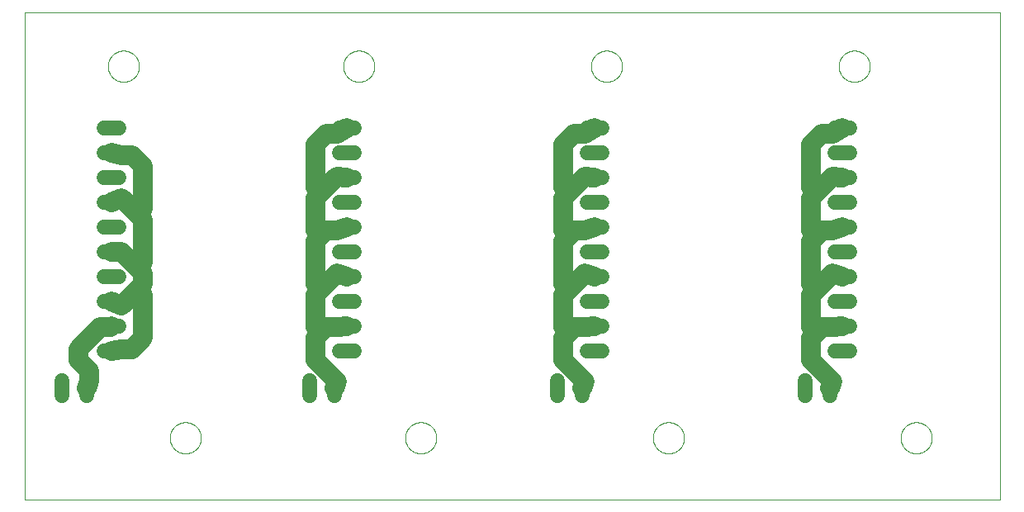
<source format=gbl>
G75*
%MOIN*%
%OFA0B0*%
%FSLAX25Y25*%
%IPPOS*%
%LPD*%
%AMOC8*
5,1,8,0,0,1.08239X$1,22.5*
%
%ADD10C,0.00000*%
%ADD11C,0.06000*%
%ADD12C,0.08000*%
D10*
X0001000Y0002600D02*
X0001000Y0199450D01*
X0394701Y0199450D01*
X0394701Y0002600D01*
X0001000Y0002600D01*
X0059701Y0027600D02*
X0059703Y0027758D01*
X0059709Y0027916D01*
X0059719Y0028074D01*
X0059733Y0028232D01*
X0059751Y0028389D01*
X0059772Y0028546D01*
X0059798Y0028702D01*
X0059828Y0028858D01*
X0059861Y0029013D01*
X0059899Y0029166D01*
X0059940Y0029319D01*
X0059985Y0029471D01*
X0060034Y0029622D01*
X0060087Y0029771D01*
X0060143Y0029919D01*
X0060203Y0030065D01*
X0060267Y0030210D01*
X0060335Y0030353D01*
X0060406Y0030495D01*
X0060480Y0030635D01*
X0060558Y0030772D01*
X0060640Y0030908D01*
X0060724Y0031042D01*
X0060813Y0031173D01*
X0060904Y0031302D01*
X0060999Y0031429D01*
X0061096Y0031554D01*
X0061197Y0031676D01*
X0061301Y0031795D01*
X0061408Y0031912D01*
X0061518Y0032026D01*
X0061631Y0032137D01*
X0061746Y0032246D01*
X0061864Y0032351D01*
X0061985Y0032453D01*
X0062108Y0032553D01*
X0062234Y0032649D01*
X0062362Y0032742D01*
X0062492Y0032832D01*
X0062625Y0032918D01*
X0062760Y0033002D01*
X0062896Y0033081D01*
X0063035Y0033158D01*
X0063176Y0033230D01*
X0063318Y0033300D01*
X0063462Y0033365D01*
X0063608Y0033427D01*
X0063755Y0033485D01*
X0063904Y0033540D01*
X0064054Y0033591D01*
X0064205Y0033638D01*
X0064357Y0033681D01*
X0064510Y0033720D01*
X0064665Y0033756D01*
X0064820Y0033787D01*
X0064976Y0033815D01*
X0065132Y0033839D01*
X0065289Y0033859D01*
X0065447Y0033875D01*
X0065604Y0033887D01*
X0065763Y0033895D01*
X0065921Y0033899D01*
X0066079Y0033899D01*
X0066237Y0033895D01*
X0066396Y0033887D01*
X0066553Y0033875D01*
X0066711Y0033859D01*
X0066868Y0033839D01*
X0067024Y0033815D01*
X0067180Y0033787D01*
X0067335Y0033756D01*
X0067490Y0033720D01*
X0067643Y0033681D01*
X0067795Y0033638D01*
X0067946Y0033591D01*
X0068096Y0033540D01*
X0068245Y0033485D01*
X0068392Y0033427D01*
X0068538Y0033365D01*
X0068682Y0033300D01*
X0068824Y0033230D01*
X0068965Y0033158D01*
X0069104Y0033081D01*
X0069240Y0033002D01*
X0069375Y0032918D01*
X0069508Y0032832D01*
X0069638Y0032742D01*
X0069766Y0032649D01*
X0069892Y0032553D01*
X0070015Y0032453D01*
X0070136Y0032351D01*
X0070254Y0032246D01*
X0070369Y0032137D01*
X0070482Y0032026D01*
X0070592Y0031912D01*
X0070699Y0031795D01*
X0070803Y0031676D01*
X0070904Y0031554D01*
X0071001Y0031429D01*
X0071096Y0031302D01*
X0071187Y0031173D01*
X0071276Y0031042D01*
X0071360Y0030908D01*
X0071442Y0030772D01*
X0071520Y0030635D01*
X0071594Y0030495D01*
X0071665Y0030353D01*
X0071733Y0030210D01*
X0071797Y0030065D01*
X0071857Y0029919D01*
X0071913Y0029771D01*
X0071966Y0029622D01*
X0072015Y0029471D01*
X0072060Y0029319D01*
X0072101Y0029166D01*
X0072139Y0029013D01*
X0072172Y0028858D01*
X0072202Y0028702D01*
X0072228Y0028546D01*
X0072249Y0028389D01*
X0072267Y0028232D01*
X0072281Y0028074D01*
X0072291Y0027916D01*
X0072297Y0027758D01*
X0072299Y0027600D01*
X0072297Y0027442D01*
X0072291Y0027284D01*
X0072281Y0027126D01*
X0072267Y0026968D01*
X0072249Y0026811D01*
X0072228Y0026654D01*
X0072202Y0026498D01*
X0072172Y0026342D01*
X0072139Y0026187D01*
X0072101Y0026034D01*
X0072060Y0025881D01*
X0072015Y0025729D01*
X0071966Y0025578D01*
X0071913Y0025429D01*
X0071857Y0025281D01*
X0071797Y0025135D01*
X0071733Y0024990D01*
X0071665Y0024847D01*
X0071594Y0024705D01*
X0071520Y0024565D01*
X0071442Y0024428D01*
X0071360Y0024292D01*
X0071276Y0024158D01*
X0071187Y0024027D01*
X0071096Y0023898D01*
X0071001Y0023771D01*
X0070904Y0023646D01*
X0070803Y0023524D01*
X0070699Y0023405D01*
X0070592Y0023288D01*
X0070482Y0023174D01*
X0070369Y0023063D01*
X0070254Y0022954D01*
X0070136Y0022849D01*
X0070015Y0022747D01*
X0069892Y0022647D01*
X0069766Y0022551D01*
X0069638Y0022458D01*
X0069508Y0022368D01*
X0069375Y0022282D01*
X0069240Y0022198D01*
X0069104Y0022119D01*
X0068965Y0022042D01*
X0068824Y0021970D01*
X0068682Y0021900D01*
X0068538Y0021835D01*
X0068392Y0021773D01*
X0068245Y0021715D01*
X0068096Y0021660D01*
X0067946Y0021609D01*
X0067795Y0021562D01*
X0067643Y0021519D01*
X0067490Y0021480D01*
X0067335Y0021444D01*
X0067180Y0021413D01*
X0067024Y0021385D01*
X0066868Y0021361D01*
X0066711Y0021341D01*
X0066553Y0021325D01*
X0066396Y0021313D01*
X0066237Y0021305D01*
X0066079Y0021301D01*
X0065921Y0021301D01*
X0065763Y0021305D01*
X0065604Y0021313D01*
X0065447Y0021325D01*
X0065289Y0021341D01*
X0065132Y0021361D01*
X0064976Y0021385D01*
X0064820Y0021413D01*
X0064665Y0021444D01*
X0064510Y0021480D01*
X0064357Y0021519D01*
X0064205Y0021562D01*
X0064054Y0021609D01*
X0063904Y0021660D01*
X0063755Y0021715D01*
X0063608Y0021773D01*
X0063462Y0021835D01*
X0063318Y0021900D01*
X0063176Y0021970D01*
X0063035Y0022042D01*
X0062896Y0022119D01*
X0062760Y0022198D01*
X0062625Y0022282D01*
X0062492Y0022368D01*
X0062362Y0022458D01*
X0062234Y0022551D01*
X0062108Y0022647D01*
X0061985Y0022747D01*
X0061864Y0022849D01*
X0061746Y0022954D01*
X0061631Y0023063D01*
X0061518Y0023174D01*
X0061408Y0023288D01*
X0061301Y0023405D01*
X0061197Y0023524D01*
X0061096Y0023646D01*
X0060999Y0023771D01*
X0060904Y0023898D01*
X0060813Y0024027D01*
X0060724Y0024158D01*
X0060640Y0024292D01*
X0060558Y0024428D01*
X0060480Y0024565D01*
X0060406Y0024705D01*
X0060335Y0024847D01*
X0060267Y0024990D01*
X0060203Y0025135D01*
X0060143Y0025281D01*
X0060087Y0025429D01*
X0060034Y0025578D01*
X0059985Y0025729D01*
X0059940Y0025881D01*
X0059899Y0026034D01*
X0059861Y0026187D01*
X0059828Y0026342D01*
X0059798Y0026498D01*
X0059772Y0026654D01*
X0059751Y0026811D01*
X0059733Y0026968D01*
X0059719Y0027126D01*
X0059709Y0027284D01*
X0059703Y0027442D01*
X0059701Y0027600D01*
X0154701Y0027600D02*
X0154703Y0027758D01*
X0154709Y0027916D01*
X0154719Y0028074D01*
X0154733Y0028232D01*
X0154751Y0028389D01*
X0154772Y0028546D01*
X0154798Y0028702D01*
X0154828Y0028858D01*
X0154861Y0029013D01*
X0154899Y0029166D01*
X0154940Y0029319D01*
X0154985Y0029471D01*
X0155034Y0029622D01*
X0155087Y0029771D01*
X0155143Y0029919D01*
X0155203Y0030065D01*
X0155267Y0030210D01*
X0155335Y0030353D01*
X0155406Y0030495D01*
X0155480Y0030635D01*
X0155558Y0030772D01*
X0155640Y0030908D01*
X0155724Y0031042D01*
X0155813Y0031173D01*
X0155904Y0031302D01*
X0155999Y0031429D01*
X0156096Y0031554D01*
X0156197Y0031676D01*
X0156301Y0031795D01*
X0156408Y0031912D01*
X0156518Y0032026D01*
X0156631Y0032137D01*
X0156746Y0032246D01*
X0156864Y0032351D01*
X0156985Y0032453D01*
X0157108Y0032553D01*
X0157234Y0032649D01*
X0157362Y0032742D01*
X0157492Y0032832D01*
X0157625Y0032918D01*
X0157760Y0033002D01*
X0157896Y0033081D01*
X0158035Y0033158D01*
X0158176Y0033230D01*
X0158318Y0033300D01*
X0158462Y0033365D01*
X0158608Y0033427D01*
X0158755Y0033485D01*
X0158904Y0033540D01*
X0159054Y0033591D01*
X0159205Y0033638D01*
X0159357Y0033681D01*
X0159510Y0033720D01*
X0159665Y0033756D01*
X0159820Y0033787D01*
X0159976Y0033815D01*
X0160132Y0033839D01*
X0160289Y0033859D01*
X0160447Y0033875D01*
X0160604Y0033887D01*
X0160763Y0033895D01*
X0160921Y0033899D01*
X0161079Y0033899D01*
X0161237Y0033895D01*
X0161396Y0033887D01*
X0161553Y0033875D01*
X0161711Y0033859D01*
X0161868Y0033839D01*
X0162024Y0033815D01*
X0162180Y0033787D01*
X0162335Y0033756D01*
X0162490Y0033720D01*
X0162643Y0033681D01*
X0162795Y0033638D01*
X0162946Y0033591D01*
X0163096Y0033540D01*
X0163245Y0033485D01*
X0163392Y0033427D01*
X0163538Y0033365D01*
X0163682Y0033300D01*
X0163824Y0033230D01*
X0163965Y0033158D01*
X0164104Y0033081D01*
X0164240Y0033002D01*
X0164375Y0032918D01*
X0164508Y0032832D01*
X0164638Y0032742D01*
X0164766Y0032649D01*
X0164892Y0032553D01*
X0165015Y0032453D01*
X0165136Y0032351D01*
X0165254Y0032246D01*
X0165369Y0032137D01*
X0165482Y0032026D01*
X0165592Y0031912D01*
X0165699Y0031795D01*
X0165803Y0031676D01*
X0165904Y0031554D01*
X0166001Y0031429D01*
X0166096Y0031302D01*
X0166187Y0031173D01*
X0166276Y0031042D01*
X0166360Y0030908D01*
X0166442Y0030772D01*
X0166520Y0030635D01*
X0166594Y0030495D01*
X0166665Y0030353D01*
X0166733Y0030210D01*
X0166797Y0030065D01*
X0166857Y0029919D01*
X0166913Y0029771D01*
X0166966Y0029622D01*
X0167015Y0029471D01*
X0167060Y0029319D01*
X0167101Y0029166D01*
X0167139Y0029013D01*
X0167172Y0028858D01*
X0167202Y0028702D01*
X0167228Y0028546D01*
X0167249Y0028389D01*
X0167267Y0028232D01*
X0167281Y0028074D01*
X0167291Y0027916D01*
X0167297Y0027758D01*
X0167299Y0027600D01*
X0167297Y0027442D01*
X0167291Y0027284D01*
X0167281Y0027126D01*
X0167267Y0026968D01*
X0167249Y0026811D01*
X0167228Y0026654D01*
X0167202Y0026498D01*
X0167172Y0026342D01*
X0167139Y0026187D01*
X0167101Y0026034D01*
X0167060Y0025881D01*
X0167015Y0025729D01*
X0166966Y0025578D01*
X0166913Y0025429D01*
X0166857Y0025281D01*
X0166797Y0025135D01*
X0166733Y0024990D01*
X0166665Y0024847D01*
X0166594Y0024705D01*
X0166520Y0024565D01*
X0166442Y0024428D01*
X0166360Y0024292D01*
X0166276Y0024158D01*
X0166187Y0024027D01*
X0166096Y0023898D01*
X0166001Y0023771D01*
X0165904Y0023646D01*
X0165803Y0023524D01*
X0165699Y0023405D01*
X0165592Y0023288D01*
X0165482Y0023174D01*
X0165369Y0023063D01*
X0165254Y0022954D01*
X0165136Y0022849D01*
X0165015Y0022747D01*
X0164892Y0022647D01*
X0164766Y0022551D01*
X0164638Y0022458D01*
X0164508Y0022368D01*
X0164375Y0022282D01*
X0164240Y0022198D01*
X0164104Y0022119D01*
X0163965Y0022042D01*
X0163824Y0021970D01*
X0163682Y0021900D01*
X0163538Y0021835D01*
X0163392Y0021773D01*
X0163245Y0021715D01*
X0163096Y0021660D01*
X0162946Y0021609D01*
X0162795Y0021562D01*
X0162643Y0021519D01*
X0162490Y0021480D01*
X0162335Y0021444D01*
X0162180Y0021413D01*
X0162024Y0021385D01*
X0161868Y0021361D01*
X0161711Y0021341D01*
X0161553Y0021325D01*
X0161396Y0021313D01*
X0161237Y0021305D01*
X0161079Y0021301D01*
X0160921Y0021301D01*
X0160763Y0021305D01*
X0160604Y0021313D01*
X0160447Y0021325D01*
X0160289Y0021341D01*
X0160132Y0021361D01*
X0159976Y0021385D01*
X0159820Y0021413D01*
X0159665Y0021444D01*
X0159510Y0021480D01*
X0159357Y0021519D01*
X0159205Y0021562D01*
X0159054Y0021609D01*
X0158904Y0021660D01*
X0158755Y0021715D01*
X0158608Y0021773D01*
X0158462Y0021835D01*
X0158318Y0021900D01*
X0158176Y0021970D01*
X0158035Y0022042D01*
X0157896Y0022119D01*
X0157760Y0022198D01*
X0157625Y0022282D01*
X0157492Y0022368D01*
X0157362Y0022458D01*
X0157234Y0022551D01*
X0157108Y0022647D01*
X0156985Y0022747D01*
X0156864Y0022849D01*
X0156746Y0022954D01*
X0156631Y0023063D01*
X0156518Y0023174D01*
X0156408Y0023288D01*
X0156301Y0023405D01*
X0156197Y0023524D01*
X0156096Y0023646D01*
X0155999Y0023771D01*
X0155904Y0023898D01*
X0155813Y0024027D01*
X0155724Y0024158D01*
X0155640Y0024292D01*
X0155558Y0024428D01*
X0155480Y0024565D01*
X0155406Y0024705D01*
X0155335Y0024847D01*
X0155267Y0024990D01*
X0155203Y0025135D01*
X0155143Y0025281D01*
X0155087Y0025429D01*
X0155034Y0025578D01*
X0154985Y0025729D01*
X0154940Y0025881D01*
X0154899Y0026034D01*
X0154861Y0026187D01*
X0154828Y0026342D01*
X0154798Y0026498D01*
X0154772Y0026654D01*
X0154751Y0026811D01*
X0154733Y0026968D01*
X0154719Y0027126D01*
X0154709Y0027284D01*
X0154703Y0027442D01*
X0154701Y0027600D01*
X0254701Y0027600D02*
X0254703Y0027758D01*
X0254709Y0027916D01*
X0254719Y0028074D01*
X0254733Y0028232D01*
X0254751Y0028389D01*
X0254772Y0028546D01*
X0254798Y0028702D01*
X0254828Y0028858D01*
X0254861Y0029013D01*
X0254899Y0029166D01*
X0254940Y0029319D01*
X0254985Y0029471D01*
X0255034Y0029622D01*
X0255087Y0029771D01*
X0255143Y0029919D01*
X0255203Y0030065D01*
X0255267Y0030210D01*
X0255335Y0030353D01*
X0255406Y0030495D01*
X0255480Y0030635D01*
X0255558Y0030772D01*
X0255640Y0030908D01*
X0255724Y0031042D01*
X0255813Y0031173D01*
X0255904Y0031302D01*
X0255999Y0031429D01*
X0256096Y0031554D01*
X0256197Y0031676D01*
X0256301Y0031795D01*
X0256408Y0031912D01*
X0256518Y0032026D01*
X0256631Y0032137D01*
X0256746Y0032246D01*
X0256864Y0032351D01*
X0256985Y0032453D01*
X0257108Y0032553D01*
X0257234Y0032649D01*
X0257362Y0032742D01*
X0257492Y0032832D01*
X0257625Y0032918D01*
X0257760Y0033002D01*
X0257896Y0033081D01*
X0258035Y0033158D01*
X0258176Y0033230D01*
X0258318Y0033300D01*
X0258462Y0033365D01*
X0258608Y0033427D01*
X0258755Y0033485D01*
X0258904Y0033540D01*
X0259054Y0033591D01*
X0259205Y0033638D01*
X0259357Y0033681D01*
X0259510Y0033720D01*
X0259665Y0033756D01*
X0259820Y0033787D01*
X0259976Y0033815D01*
X0260132Y0033839D01*
X0260289Y0033859D01*
X0260447Y0033875D01*
X0260604Y0033887D01*
X0260763Y0033895D01*
X0260921Y0033899D01*
X0261079Y0033899D01*
X0261237Y0033895D01*
X0261396Y0033887D01*
X0261553Y0033875D01*
X0261711Y0033859D01*
X0261868Y0033839D01*
X0262024Y0033815D01*
X0262180Y0033787D01*
X0262335Y0033756D01*
X0262490Y0033720D01*
X0262643Y0033681D01*
X0262795Y0033638D01*
X0262946Y0033591D01*
X0263096Y0033540D01*
X0263245Y0033485D01*
X0263392Y0033427D01*
X0263538Y0033365D01*
X0263682Y0033300D01*
X0263824Y0033230D01*
X0263965Y0033158D01*
X0264104Y0033081D01*
X0264240Y0033002D01*
X0264375Y0032918D01*
X0264508Y0032832D01*
X0264638Y0032742D01*
X0264766Y0032649D01*
X0264892Y0032553D01*
X0265015Y0032453D01*
X0265136Y0032351D01*
X0265254Y0032246D01*
X0265369Y0032137D01*
X0265482Y0032026D01*
X0265592Y0031912D01*
X0265699Y0031795D01*
X0265803Y0031676D01*
X0265904Y0031554D01*
X0266001Y0031429D01*
X0266096Y0031302D01*
X0266187Y0031173D01*
X0266276Y0031042D01*
X0266360Y0030908D01*
X0266442Y0030772D01*
X0266520Y0030635D01*
X0266594Y0030495D01*
X0266665Y0030353D01*
X0266733Y0030210D01*
X0266797Y0030065D01*
X0266857Y0029919D01*
X0266913Y0029771D01*
X0266966Y0029622D01*
X0267015Y0029471D01*
X0267060Y0029319D01*
X0267101Y0029166D01*
X0267139Y0029013D01*
X0267172Y0028858D01*
X0267202Y0028702D01*
X0267228Y0028546D01*
X0267249Y0028389D01*
X0267267Y0028232D01*
X0267281Y0028074D01*
X0267291Y0027916D01*
X0267297Y0027758D01*
X0267299Y0027600D01*
X0267297Y0027442D01*
X0267291Y0027284D01*
X0267281Y0027126D01*
X0267267Y0026968D01*
X0267249Y0026811D01*
X0267228Y0026654D01*
X0267202Y0026498D01*
X0267172Y0026342D01*
X0267139Y0026187D01*
X0267101Y0026034D01*
X0267060Y0025881D01*
X0267015Y0025729D01*
X0266966Y0025578D01*
X0266913Y0025429D01*
X0266857Y0025281D01*
X0266797Y0025135D01*
X0266733Y0024990D01*
X0266665Y0024847D01*
X0266594Y0024705D01*
X0266520Y0024565D01*
X0266442Y0024428D01*
X0266360Y0024292D01*
X0266276Y0024158D01*
X0266187Y0024027D01*
X0266096Y0023898D01*
X0266001Y0023771D01*
X0265904Y0023646D01*
X0265803Y0023524D01*
X0265699Y0023405D01*
X0265592Y0023288D01*
X0265482Y0023174D01*
X0265369Y0023063D01*
X0265254Y0022954D01*
X0265136Y0022849D01*
X0265015Y0022747D01*
X0264892Y0022647D01*
X0264766Y0022551D01*
X0264638Y0022458D01*
X0264508Y0022368D01*
X0264375Y0022282D01*
X0264240Y0022198D01*
X0264104Y0022119D01*
X0263965Y0022042D01*
X0263824Y0021970D01*
X0263682Y0021900D01*
X0263538Y0021835D01*
X0263392Y0021773D01*
X0263245Y0021715D01*
X0263096Y0021660D01*
X0262946Y0021609D01*
X0262795Y0021562D01*
X0262643Y0021519D01*
X0262490Y0021480D01*
X0262335Y0021444D01*
X0262180Y0021413D01*
X0262024Y0021385D01*
X0261868Y0021361D01*
X0261711Y0021341D01*
X0261553Y0021325D01*
X0261396Y0021313D01*
X0261237Y0021305D01*
X0261079Y0021301D01*
X0260921Y0021301D01*
X0260763Y0021305D01*
X0260604Y0021313D01*
X0260447Y0021325D01*
X0260289Y0021341D01*
X0260132Y0021361D01*
X0259976Y0021385D01*
X0259820Y0021413D01*
X0259665Y0021444D01*
X0259510Y0021480D01*
X0259357Y0021519D01*
X0259205Y0021562D01*
X0259054Y0021609D01*
X0258904Y0021660D01*
X0258755Y0021715D01*
X0258608Y0021773D01*
X0258462Y0021835D01*
X0258318Y0021900D01*
X0258176Y0021970D01*
X0258035Y0022042D01*
X0257896Y0022119D01*
X0257760Y0022198D01*
X0257625Y0022282D01*
X0257492Y0022368D01*
X0257362Y0022458D01*
X0257234Y0022551D01*
X0257108Y0022647D01*
X0256985Y0022747D01*
X0256864Y0022849D01*
X0256746Y0022954D01*
X0256631Y0023063D01*
X0256518Y0023174D01*
X0256408Y0023288D01*
X0256301Y0023405D01*
X0256197Y0023524D01*
X0256096Y0023646D01*
X0255999Y0023771D01*
X0255904Y0023898D01*
X0255813Y0024027D01*
X0255724Y0024158D01*
X0255640Y0024292D01*
X0255558Y0024428D01*
X0255480Y0024565D01*
X0255406Y0024705D01*
X0255335Y0024847D01*
X0255267Y0024990D01*
X0255203Y0025135D01*
X0255143Y0025281D01*
X0255087Y0025429D01*
X0255034Y0025578D01*
X0254985Y0025729D01*
X0254940Y0025881D01*
X0254899Y0026034D01*
X0254861Y0026187D01*
X0254828Y0026342D01*
X0254798Y0026498D01*
X0254772Y0026654D01*
X0254751Y0026811D01*
X0254733Y0026968D01*
X0254719Y0027126D01*
X0254709Y0027284D01*
X0254703Y0027442D01*
X0254701Y0027600D01*
X0354701Y0027600D02*
X0354703Y0027758D01*
X0354709Y0027916D01*
X0354719Y0028074D01*
X0354733Y0028232D01*
X0354751Y0028389D01*
X0354772Y0028546D01*
X0354798Y0028702D01*
X0354828Y0028858D01*
X0354861Y0029013D01*
X0354899Y0029166D01*
X0354940Y0029319D01*
X0354985Y0029471D01*
X0355034Y0029622D01*
X0355087Y0029771D01*
X0355143Y0029919D01*
X0355203Y0030065D01*
X0355267Y0030210D01*
X0355335Y0030353D01*
X0355406Y0030495D01*
X0355480Y0030635D01*
X0355558Y0030772D01*
X0355640Y0030908D01*
X0355724Y0031042D01*
X0355813Y0031173D01*
X0355904Y0031302D01*
X0355999Y0031429D01*
X0356096Y0031554D01*
X0356197Y0031676D01*
X0356301Y0031795D01*
X0356408Y0031912D01*
X0356518Y0032026D01*
X0356631Y0032137D01*
X0356746Y0032246D01*
X0356864Y0032351D01*
X0356985Y0032453D01*
X0357108Y0032553D01*
X0357234Y0032649D01*
X0357362Y0032742D01*
X0357492Y0032832D01*
X0357625Y0032918D01*
X0357760Y0033002D01*
X0357896Y0033081D01*
X0358035Y0033158D01*
X0358176Y0033230D01*
X0358318Y0033300D01*
X0358462Y0033365D01*
X0358608Y0033427D01*
X0358755Y0033485D01*
X0358904Y0033540D01*
X0359054Y0033591D01*
X0359205Y0033638D01*
X0359357Y0033681D01*
X0359510Y0033720D01*
X0359665Y0033756D01*
X0359820Y0033787D01*
X0359976Y0033815D01*
X0360132Y0033839D01*
X0360289Y0033859D01*
X0360447Y0033875D01*
X0360604Y0033887D01*
X0360763Y0033895D01*
X0360921Y0033899D01*
X0361079Y0033899D01*
X0361237Y0033895D01*
X0361396Y0033887D01*
X0361553Y0033875D01*
X0361711Y0033859D01*
X0361868Y0033839D01*
X0362024Y0033815D01*
X0362180Y0033787D01*
X0362335Y0033756D01*
X0362490Y0033720D01*
X0362643Y0033681D01*
X0362795Y0033638D01*
X0362946Y0033591D01*
X0363096Y0033540D01*
X0363245Y0033485D01*
X0363392Y0033427D01*
X0363538Y0033365D01*
X0363682Y0033300D01*
X0363824Y0033230D01*
X0363965Y0033158D01*
X0364104Y0033081D01*
X0364240Y0033002D01*
X0364375Y0032918D01*
X0364508Y0032832D01*
X0364638Y0032742D01*
X0364766Y0032649D01*
X0364892Y0032553D01*
X0365015Y0032453D01*
X0365136Y0032351D01*
X0365254Y0032246D01*
X0365369Y0032137D01*
X0365482Y0032026D01*
X0365592Y0031912D01*
X0365699Y0031795D01*
X0365803Y0031676D01*
X0365904Y0031554D01*
X0366001Y0031429D01*
X0366096Y0031302D01*
X0366187Y0031173D01*
X0366276Y0031042D01*
X0366360Y0030908D01*
X0366442Y0030772D01*
X0366520Y0030635D01*
X0366594Y0030495D01*
X0366665Y0030353D01*
X0366733Y0030210D01*
X0366797Y0030065D01*
X0366857Y0029919D01*
X0366913Y0029771D01*
X0366966Y0029622D01*
X0367015Y0029471D01*
X0367060Y0029319D01*
X0367101Y0029166D01*
X0367139Y0029013D01*
X0367172Y0028858D01*
X0367202Y0028702D01*
X0367228Y0028546D01*
X0367249Y0028389D01*
X0367267Y0028232D01*
X0367281Y0028074D01*
X0367291Y0027916D01*
X0367297Y0027758D01*
X0367299Y0027600D01*
X0367297Y0027442D01*
X0367291Y0027284D01*
X0367281Y0027126D01*
X0367267Y0026968D01*
X0367249Y0026811D01*
X0367228Y0026654D01*
X0367202Y0026498D01*
X0367172Y0026342D01*
X0367139Y0026187D01*
X0367101Y0026034D01*
X0367060Y0025881D01*
X0367015Y0025729D01*
X0366966Y0025578D01*
X0366913Y0025429D01*
X0366857Y0025281D01*
X0366797Y0025135D01*
X0366733Y0024990D01*
X0366665Y0024847D01*
X0366594Y0024705D01*
X0366520Y0024565D01*
X0366442Y0024428D01*
X0366360Y0024292D01*
X0366276Y0024158D01*
X0366187Y0024027D01*
X0366096Y0023898D01*
X0366001Y0023771D01*
X0365904Y0023646D01*
X0365803Y0023524D01*
X0365699Y0023405D01*
X0365592Y0023288D01*
X0365482Y0023174D01*
X0365369Y0023063D01*
X0365254Y0022954D01*
X0365136Y0022849D01*
X0365015Y0022747D01*
X0364892Y0022647D01*
X0364766Y0022551D01*
X0364638Y0022458D01*
X0364508Y0022368D01*
X0364375Y0022282D01*
X0364240Y0022198D01*
X0364104Y0022119D01*
X0363965Y0022042D01*
X0363824Y0021970D01*
X0363682Y0021900D01*
X0363538Y0021835D01*
X0363392Y0021773D01*
X0363245Y0021715D01*
X0363096Y0021660D01*
X0362946Y0021609D01*
X0362795Y0021562D01*
X0362643Y0021519D01*
X0362490Y0021480D01*
X0362335Y0021444D01*
X0362180Y0021413D01*
X0362024Y0021385D01*
X0361868Y0021361D01*
X0361711Y0021341D01*
X0361553Y0021325D01*
X0361396Y0021313D01*
X0361237Y0021305D01*
X0361079Y0021301D01*
X0360921Y0021301D01*
X0360763Y0021305D01*
X0360604Y0021313D01*
X0360447Y0021325D01*
X0360289Y0021341D01*
X0360132Y0021361D01*
X0359976Y0021385D01*
X0359820Y0021413D01*
X0359665Y0021444D01*
X0359510Y0021480D01*
X0359357Y0021519D01*
X0359205Y0021562D01*
X0359054Y0021609D01*
X0358904Y0021660D01*
X0358755Y0021715D01*
X0358608Y0021773D01*
X0358462Y0021835D01*
X0358318Y0021900D01*
X0358176Y0021970D01*
X0358035Y0022042D01*
X0357896Y0022119D01*
X0357760Y0022198D01*
X0357625Y0022282D01*
X0357492Y0022368D01*
X0357362Y0022458D01*
X0357234Y0022551D01*
X0357108Y0022647D01*
X0356985Y0022747D01*
X0356864Y0022849D01*
X0356746Y0022954D01*
X0356631Y0023063D01*
X0356518Y0023174D01*
X0356408Y0023288D01*
X0356301Y0023405D01*
X0356197Y0023524D01*
X0356096Y0023646D01*
X0355999Y0023771D01*
X0355904Y0023898D01*
X0355813Y0024027D01*
X0355724Y0024158D01*
X0355640Y0024292D01*
X0355558Y0024428D01*
X0355480Y0024565D01*
X0355406Y0024705D01*
X0355335Y0024847D01*
X0355267Y0024990D01*
X0355203Y0025135D01*
X0355143Y0025281D01*
X0355087Y0025429D01*
X0355034Y0025578D01*
X0354985Y0025729D01*
X0354940Y0025881D01*
X0354899Y0026034D01*
X0354861Y0026187D01*
X0354828Y0026342D01*
X0354798Y0026498D01*
X0354772Y0026654D01*
X0354751Y0026811D01*
X0354733Y0026968D01*
X0354719Y0027126D01*
X0354709Y0027284D01*
X0354703Y0027442D01*
X0354701Y0027600D01*
X0329701Y0177600D02*
X0329703Y0177758D01*
X0329709Y0177916D01*
X0329719Y0178074D01*
X0329733Y0178232D01*
X0329751Y0178389D01*
X0329772Y0178546D01*
X0329798Y0178702D01*
X0329828Y0178858D01*
X0329861Y0179013D01*
X0329899Y0179166D01*
X0329940Y0179319D01*
X0329985Y0179471D01*
X0330034Y0179622D01*
X0330087Y0179771D01*
X0330143Y0179919D01*
X0330203Y0180065D01*
X0330267Y0180210D01*
X0330335Y0180353D01*
X0330406Y0180495D01*
X0330480Y0180635D01*
X0330558Y0180772D01*
X0330640Y0180908D01*
X0330724Y0181042D01*
X0330813Y0181173D01*
X0330904Y0181302D01*
X0330999Y0181429D01*
X0331096Y0181554D01*
X0331197Y0181676D01*
X0331301Y0181795D01*
X0331408Y0181912D01*
X0331518Y0182026D01*
X0331631Y0182137D01*
X0331746Y0182246D01*
X0331864Y0182351D01*
X0331985Y0182453D01*
X0332108Y0182553D01*
X0332234Y0182649D01*
X0332362Y0182742D01*
X0332492Y0182832D01*
X0332625Y0182918D01*
X0332760Y0183002D01*
X0332896Y0183081D01*
X0333035Y0183158D01*
X0333176Y0183230D01*
X0333318Y0183300D01*
X0333462Y0183365D01*
X0333608Y0183427D01*
X0333755Y0183485D01*
X0333904Y0183540D01*
X0334054Y0183591D01*
X0334205Y0183638D01*
X0334357Y0183681D01*
X0334510Y0183720D01*
X0334665Y0183756D01*
X0334820Y0183787D01*
X0334976Y0183815D01*
X0335132Y0183839D01*
X0335289Y0183859D01*
X0335447Y0183875D01*
X0335604Y0183887D01*
X0335763Y0183895D01*
X0335921Y0183899D01*
X0336079Y0183899D01*
X0336237Y0183895D01*
X0336396Y0183887D01*
X0336553Y0183875D01*
X0336711Y0183859D01*
X0336868Y0183839D01*
X0337024Y0183815D01*
X0337180Y0183787D01*
X0337335Y0183756D01*
X0337490Y0183720D01*
X0337643Y0183681D01*
X0337795Y0183638D01*
X0337946Y0183591D01*
X0338096Y0183540D01*
X0338245Y0183485D01*
X0338392Y0183427D01*
X0338538Y0183365D01*
X0338682Y0183300D01*
X0338824Y0183230D01*
X0338965Y0183158D01*
X0339104Y0183081D01*
X0339240Y0183002D01*
X0339375Y0182918D01*
X0339508Y0182832D01*
X0339638Y0182742D01*
X0339766Y0182649D01*
X0339892Y0182553D01*
X0340015Y0182453D01*
X0340136Y0182351D01*
X0340254Y0182246D01*
X0340369Y0182137D01*
X0340482Y0182026D01*
X0340592Y0181912D01*
X0340699Y0181795D01*
X0340803Y0181676D01*
X0340904Y0181554D01*
X0341001Y0181429D01*
X0341096Y0181302D01*
X0341187Y0181173D01*
X0341276Y0181042D01*
X0341360Y0180908D01*
X0341442Y0180772D01*
X0341520Y0180635D01*
X0341594Y0180495D01*
X0341665Y0180353D01*
X0341733Y0180210D01*
X0341797Y0180065D01*
X0341857Y0179919D01*
X0341913Y0179771D01*
X0341966Y0179622D01*
X0342015Y0179471D01*
X0342060Y0179319D01*
X0342101Y0179166D01*
X0342139Y0179013D01*
X0342172Y0178858D01*
X0342202Y0178702D01*
X0342228Y0178546D01*
X0342249Y0178389D01*
X0342267Y0178232D01*
X0342281Y0178074D01*
X0342291Y0177916D01*
X0342297Y0177758D01*
X0342299Y0177600D01*
X0342297Y0177442D01*
X0342291Y0177284D01*
X0342281Y0177126D01*
X0342267Y0176968D01*
X0342249Y0176811D01*
X0342228Y0176654D01*
X0342202Y0176498D01*
X0342172Y0176342D01*
X0342139Y0176187D01*
X0342101Y0176034D01*
X0342060Y0175881D01*
X0342015Y0175729D01*
X0341966Y0175578D01*
X0341913Y0175429D01*
X0341857Y0175281D01*
X0341797Y0175135D01*
X0341733Y0174990D01*
X0341665Y0174847D01*
X0341594Y0174705D01*
X0341520Y0174565D01*
X0341442Y0174428D01*
X0341360Y0174292D01*
X0341276Y0174158D01*
X0341187Y0174027D01*
X0341096Y0173898D01*
X0341001Y0173771D01*
X0340904Y0173646D01*
X0340803Y0173524D01*
X0340699Y0173405D01*
X0340592Y0173288D01*
X0340482Y0173174D01*
X0340369Y0173063D01*
X0340254Y0172954D01*
X0340136Y0172849D01*
X0340015Y0172747D01*
X0339892Y0172647D01*
X0339766Y0172551D01*
X0339638Y0172458D01*
X0339508Y0172368D01*
X0339375Y0172282D01*
X0339240Y0172198D01*
X0339104Y0172119D01*
X0338965Y0172042D01*
X0338824Y0171970D01*
X0338682Y0171900D01*
X0338538Y0171835D01*
X0338392Y0171773D01*
X0338245Y0171715D01*
X0338096Y0171660D01*
X0337946Y0171609D01*
X0337795Y0171562D01*
X0337643Y0171519D01*
X0337490Y0171480D01*
X0337335Y0171444D01*
X0337180Y0171413D01*
X0337024Y0171385D01*
X0336868Y0171361D01*
X0336711Y0171341D01*
X0336553Y0171325D01*
X0336396Y0171313D01*
X0336237Y0171305D01*
X0336079Y0171301D01*
X0335921Y0171301D01*
X0335763Y0171305D01*
X0335604Y0171313D01*
X0335447Y0171325D01*
X0335289Y0171341D01*
X0335132Y0171361D01*
X0334976Y0171385D01*
X0334820Y0171413D01*
X0334665Y0171444D01*
X0334510Y0171480D01*
X0334357Y0171519D01*
X0334205Y0171562D01*
X0334054Y0171609D01*
X0333904Y0171660D01*
X0333755Y0171715D01*
X0333608Y0171773D01*
X0333462Y0171835D01*
X0333318Y0171900D01*
X0333176Y0171970D01*
X0333035Y0172042D01*
X0332896Y0172119D01*
X0332760Y0172198D01*
X0332625Y0172282D01*
X0332492Y0172368D01*
X0332362Y0172458D01*
X0332234Y0172551D01*
X0332108Y0172647D01*
X0331985Y0172747D01*
X0331864Y0172849D01*
X0331746Y0172954D01*
X0331631Y0173063D01*
X0331518Y0173174D01*
X0331408Y0173288D01*
X0331301Y0173405D01*
X0331197Y0173524D01*
X0331096Y0173646D01*
X0330999Y0173771D01*
X0330904Y0173898D01*
X0330813Y0174027D01*
X0330724Y0174158D01*
X0330640Y0174292D01*
X0330558Y0174428D01*
X0330480Y0174565D01*
X0330406Y0174705D01*
X0330335Y0174847D01*
X0330267Y0174990D01*
X0330203Y0175135D01*
X0330143Y0175281D01*
X0330087Y0175429D01*
X0330034Y0175578D01*
X0329985Y0175729D01*
X0329940Y0175881D01*
X0329899Y0176034D01*
X0329861Y0176187D01*
X0329828Y0176342D01*
X0329798Y0176498D01*
X0329772Y0176654D01*
X0329751Y0176811D01*
X0329733Y0176968D01*
X0329719Y0177126D01*
X0329709Y0177284D01*
X0329703Y0177442D01*
X0329701Y0177600D01*
X0229701Y0177600D02*
X0229703Y0177758D01*
X0229709Y0177916D01*
X0229719Y0178074D01*
X0229733Y0178232D01*
X0229751Y0178389D01*
X0229772Y0178546D01*
X0229798Y0178702D01*
X0229828Y0178858D01*
X0229861Y0179013D01*
X0229899Y0179166D01*
X0229940Y0179319D01*
X0229985Y0179471D01*
X0230034Y0179622D01*
X0230087Y0179771D01*
X0230143Y0179919D01*
X0230203Y0180065D01*
X0230267Y0180210D01*
X0230335Y0180353D01*
X0230406Y0180495D01*
X0230480Y0180635D01*
X0230558Y0180772D01*
X0230640Y0180908D01*
X0230724Y0181042D01*
X0230813Y0181173D01*
X0230904Y0181302D01*
X0230999Y0181429D01*
X0231096Y0181554D01*
X0231197Y0181676D01*
X0231301Y0181795D01*
X0231408Y0181912D01*
X0231518Y0182026D01*
X0231631Y0182137D01*
X0231746Y0182246D01*
X0231864Y0182351D01*
X0231985Y0182453D01*
X0232108Y0182553D01*
X0232234Y0182649D01*
X0232362Y0182742D01*
X0232492Y0182832D01*
X0232625Y0182918D01*
X0232760Y0183002D01*
X0232896Y0183081D01*
X0233035Y0183158D01*
X0233176Y0183230D01*
X0233318Y0183300D01*
X0233462Y0183365D01*
X0233608Y0183427D01*
X0233755Y0183485D01*
X0233904Y0183540D01*
X0234054Y0183591D01*
X0234205Y0183638D01*
X0234357Y0183681D01*
X0234510Y0183720D01*
X0234665Y0183756D01*
X0234820Y0183787D01*
X0234976Y0183815D01*
X0235132Y0183839D01*
X0235289Y0183859D01*
X0235447Y0183875D01*
X0235604Y0183887D01*
X0235763Y0183895D01*
X0235921Y0183899D01*
X0236079Y0183899D01*
X0236237Y0183895D01*
X0236396Y0183887D01*
X0236553Y0183875D01*
X0236711Y0183859D01*
X0236868Y0183839D01*
X0237024Y0183815D01*
X0237180Y0183787D01*
X0237335Y0183756D01*
X0237490Y0183720D01*
X0237643Y0183681D01*
X0237795Y0183638D01*
X0237946Y0183591D01*
X0238096Y0183540D01*
X0238245Y0183485D01*
X0238392Y0183427D01*
X0238538Y0183365D01*
X0238682Y0183300D01*
X0238824Y0183230D01*
X0238965Y0183158D01*
X0239104Y0183081D01*
X0239240Y0183002D01*
X0239375Y0182918D01*
X0239508Y0182832D01*
X0239638Y0182742D01*
X0239766Y0182649D01*
X0239892Y0182553D01*
X0240015Y0182453D01*
X0240136Y0182351D01*
X0240254Y0182246D01*
X0240369Y0182137D01*
X0240482Y0182026D01*
X0240592Y0181912D01*
X0240699Y0181795D01*
X0240803Y0181676D01*
X0240904Y0181554D01*
X0241001Y0181429D01*
X0241096Y0181302D01*
X0241187Y0181173D01*
X0241276Y0181042D01*
X0241360Y0180908D01*
X0241442Y0180772D01*
X0241520Y0180635D01*
X0241594Y0180495D01*
X0241665Y0180353D01*
X0241733Y0180210D01*
X0241797Y0180065D01*
X0241857Y0179919D01*
X0241913Y0179771D01*
X0241966Y0179622D01*
X0242015Y0179471D01*
X0242060Y0179319D01*
X0242101Y0179166D01*
X0242139Y0179013D01*
X0242172Y0178858D01*
X0242202Y0178702D01*
X0242228Y0178546D01*
X0242249Y0178389D01*
X0242267Y0178232D01*
X0242281Y0178074D01*
X0242291Y0177916D01*
X0242297Y0177758D01*
X0242299Y0177600D01*
X0242297Y0177442D01*
X0242291Y0177284D01*
X0242281Y0177126D01*
X0242267Y0176968D01*
X0242249Y0176811D01*
X0242228Y0176654D01*
X0242202Y0176498D01*
X0242172Y0176342D01*
X0242139Y0176187D01*
X0242101Y0176034D01*
X0242060Y0175881D01*
X0242015Y0175729D01*
X0241966Y0175578D01*
X0241913Y0175429D01*
X0241857Y0175281D01*
X0241797Y0175135D01*
X0241733Y0174990D01*
X0241665Y0174847D01*
X0241594Y0174705D01*
X0241520Y0174565D01*
X0241442Y0174428D01*
X0241360Y0174292D01*
X0241276Y0174158D01*
X0241187Y0174027D01*
X0241096Y0173898D01*
X0241001Y0173771D01*
X0240904Y0173646D01*
X0240803Y0173524D01*
X0240699Y0173405D01*
X0240592Y0173288D01*
X0240482Y0173174D01*
X0240369Y0173063D01*
X0240254Y0172954D01*
X0240136Y0172849D01*
X0240015Y0172747D01*
X0239892Y0172647D01*
X0239766Y0172551D01*
X0239638Y0172458D01*
X0239508Y0172368D01*
X0239375Y0172282D01*
X0239240Y0172198D01*
X0239104Y0172119D01*
X0238965Y0172042D01*
X0238824Y0171970D01*
X0238682Y0171900D01*
X0238538Y0171835D01*
X0238392Y0171773D01*
X0238245Y0171715D01*
X0238096Y0171660D01*
X0237946Y0171609D01*
X0237795Y0171562D01*
X0237643Y0171519D01*
X0237490Y0171480D01*
X0237335Y0171444D01*
X0237180Y0171413D01*
X0237024Y0171385D01*
X0236868Y0171361D01*
X0236711Y0171341D01*
X0236553Y0171325D01*
X0236396Y0171313D01*
X0236237Y0171305D01*
X0236079Y0171301D01*
X0235921Y0171301D01*
X0235763Y0171305D01*
X0235604Y0171313D01*
X0235447Y0171325D01*
X0235289Y0171341D01*
X0235132Y0171361D01*
X0234976Y0171385D01*
X0234820Y0171413D01*
X0234665Y0171444D01*
X0234510Y0171480D01*
X0234357Y0171519D01*
X0234205Y0171562D01*
X0234054Y0171609D01*
X0233904Y0171660D01*
X0233755Y0171715D01*
X0233608Y0171773D01*
X0233462Y0171835D01*
X0233318Y0171900D01*
X0233176Y0171970D01*
X0233035Y0172042D01*
X0232896Y0172119D01*
X0232760Y0172198D01*
X0232625Y0172282D01*
X0232492Y0172368D01*
X0232362Y0172458D01*
X0232234Y0172551D01*
X0232108Y0172647D01*
X0231985Y0172747D01*
X0231864Y0172849D01*
X0231746Y0172954D01*
X0231631Y0173063D01*
X0231518Y0173174D01*
X0231408Y0173288D01*
X0231301Y0173405D01*
X0231197Y0173524D01*
X0231096Y0173646D01*
X0230999Y0173771D01*
X0230904Y0173898D01*
X0230813Y0174027D01*
X0230724Y0174158D01*
X0230640Y0174292D01*
X0230558Y0174428D01*
X0230480Y0174565D01*
X0230406Y0174705D01*
X0230335Y0174847D01*
X0230267Y0174990D01*
X0230203Y0175135D01*
X0230143Y0175281D01*
X0230087Y0175429D01*
X0230034Y0175578D01*
X0229985Y0175729D01*
X0229940Y0175881D01*
X0229899Y0176034D01*
X0229861Y0176187D01*
X0229828Y0176342D01*
X0229798Y0176498D01*
X0229772Y0176654D01*
X0229751Y0176811D01*
X0229733Y0176968D01*
X0229719Y0177126D01*
X0229709Y0177284D01*
X0229703Y0177442D01*
X0229701Y0177600D01*
X0129701Y0177600D02*
X0129703Y0177758D01*
X0129709Y0177916D01*
X0129719Y0178074D01*
X0129733Y0178232D01*
X0129751Y0178389D01*
X0129772Y0178546D01*
X0129798Y0178702D01*
X0129828Y0178858D01*
X0129861Y0179013D01*
X0129899Y0179166D01*
X0129940Y0179319D01*
X0129985Y0179471D01*
X0130034Y0179622D01*
X0130087Y0179771D01*
X0130143Y0179919D01*
X0130203Y0180065D01*
X0130267Y0180210D01*
X0130335Y0180353D01*
X0130406Y0180495D01*
X0130480Y0180635D01*
X0130558Y0180772D01*
X0130640Y0180908D01*
X0130724Y0181042D01*
X0130813Y0181173D01*
X0130904Y0181302D01*
X0130999Y0181429D01*
X0131096Y0181554D01*
X0131197Y0181676D01*
X0131301Y0181795D01*
X0131408Y0181912D01*
X0131518Y0182026D01*
X0131631Y0182137D01*
X0131746Y0182246D01*
X0131864Y0182351D01*
X0131985Y0182453D01*
X0132108Y0182553D01*
X0132234Y0182649D01*
X0132362Y0182742D01*
X0132492Y0182832D01*
X0132625Y0182918D01*
X0132760Y0183002D01*
X0132896Y0183081D01*
X0133035Y0183158D01*
X0133176Y0183230D01*
X0133318Y0183300D01*
X0133462Y0183365D01*
X0133608Y0183427D01*
X0133755Y0183485D01*
X0133904Y0183540D01*
X0134054Y0183591D01*
X0134205Y0183638D01*
X0134357Y0183681D01*
X0134510Y0183720D01*
X0134665Y0183756D01*
X0134820Y0183787D01*
X0134976Y0183815D01*
X0135132Y0183839D01*
X0135289Y0183859D01*
X0135447Y0183875D01*
X0135604Y0183887D01*
X0135763Y0183895D01*
X0135921Y0183899D01*
X0136079Y0183899D01*
X0136237Y0183895D01*
X0136396Y0183887D01*
X0136553Y0183875D01*
X0136711Y0183859D01*
X0136868Y0183839D01*
X0137024Y0183815D01*
X0137180Y0183787D01*
X0137335Y0183756D01*
X0137490Y0183720D01*
X0137643Y0183681D01*
X0137795Y0183638D01*
X0137946Y0183591D01*
X0138096Y0183540D01*
X0138245Y0183485D01*
X0138392Y0183427D01*
X0138538Y0183365D01*
X0138682Y0183300D01*
X0138824Y0183230D01*
X0138965Y0183158D01*
X0139104Y0183081D01*
X0139240Y0183002D01*
X0139375Y0182918D01*
X0139508Y0182832D01*
X0139638Y0182742D01*
X0139766Y0182649D01*
X0139892Y0182553D01*
X0140015Y0182453D01*
X0140136Y0182351D01*
X0140254Y0182246D01*
X0140369Y0182137D01*
X0140482Y0182026D01*
X0140592Y0181912D01*
X0140699Y0181795D01*
X0140803Y0181676D01*
X0140904Y0181554D01*
X0141001Y0181429D01*
X0141096Y0181302D01*
X0141187Y0181173D01*
X0141276Y0181042D01*
X0141360Y0180908D01*
X0141442Y0180772D01*
X0141520Y0180635D01*
X0141594Y0180495D01*
X0141665Y0180353D01*
X0141733Y0180210D01*
X0141797Y0180065D01*
X0141857Y0179919D01*
X0141913Y0179771D01*
X0141966Y0179622D01*
X0142015Y0179471D01*
X0142060Y0179319D01*
X0142101Y0179166D01*
X0142139Y0179013D01*
X0142172Y0178858D01*
X0142202Y0178702D01*
X0142228Y0178546D01*
X0142249Y0178389D01*
X0142267Y0178232D01*
X0142281Y0178074D01*
X0142291Y0177916D01*
X0142297Y0177758D01*
X0142299Y0177600D01*
X0142297Y0177442D01*
X0142291Y0177284D01*
X0142281Y0177126D01*
X0142267Y0176968D01*
X0142249Y0176811D01*
X0142228Y0176654D01*
X0142202Y0176498D01*
X0142172Y0176342D01*
X0142139Y0176187D01*
X0142101Y0176034D01*
X0142060Y0175881D01*
X0142015Y0175729D01*
X0141966Y0175578D01*
X0141913Y0175429D01*
X0141857Y0175281D01*
X0141797Y0175135D01*
X0141733Y0174990D01*
X0141665Y0174847D01*
X0141594Y0174705D01*
X0141520Y0174565D01*
X0141442Y0174428D01*
X0141360Y0174292D01*
X0141276Y0174158D01*
X0141187Y0174027D01*
X0141096Y0173898D01*
X0141001Y0173771D01*
X0140904Y0173646D01*
X0140803Y0173524D01*
X0140699Y0173405D01*
X0140592Y0173288D01*
X0140482Y0173174D01*
X0140369Y0173063D01*
X0140254Y0172954D01*
X0140136Y0172849D01*
X0140015Y0172747D01*
X0139892Y0172647D01*
X0139766Y0172551D01*
X0139638Y0172458D01*
X0139508Y0172368D01*
X0139375Y0172282D01*
X0139240Y0172198D01*
X0139104Y0172119D01*
X0138965Y0172042D01*
X0138824Y0171970D01*
X0138682Y0171900D01*
X0138538Y0171835D01*
X0138392Y0171773D01*
X0138245Y0171715D01*
X0138096Y0171660D01*
X0137946Y0171609D01*
X0137795Y0171562D01*
X0137643Y0171519D01*
X0137490Y0171480D01*
X0137335Y0171444D01*
X0137180Y0171413D01*
X0137024Y0171385D01*
X0136868Y0171361D01*
X0136711Y0171341D01*
X0136553Y0171325D01*
X0136396Y0171313D01*
X0136237Y0171305D01*
X0136079Y0171301D01*
X0135921Y0171301D01*
X0135763Y0171305D01*
X0135604Y0171313D01*
X0135447Y0171325D01*
X0135289Y0171341D01*
X0135132Y0171361D01*
X0134976Y0171385D01*
X0134820Y0171413D01*
X0134665Y0171444D01*
X0134510Y0171480D01*
X0134357Y0171519D01*
X0134205Y0171562D01*
X0134054Y0171609D01*
X0133904Y0171660D01*
X0133755Y0171715D01*
X0133608Y0171773D01*
X0133462Y0171835D01*
X0133318Y0171900D01*
X0133176Y0171970D01*
X0133035Y0172042D01*
X0132896Y0172119D01*
X0132760Y0172198D01*
X0132625Y0172282D01*
X0132492Y0172368D01*
X0132362Y0172458D01*
X0132234Y0172551D01*
X0132108Y0172647D01*
X0131985Y0172747D01*
X0131864Y0172849D01*
X0131746Y0172954D01*
X0131631Y0173063D01*
X0131518Y0173174D01*
X0131408Y0173288D01*
X0131301Y0173405D01*
X0131197Y0173524D01*
X0131096Y0173646D01*
X0130999Y0173771D01*
X0130904Y0173898D01*
X0130813Y0174027D01*
X0130724Y0174158D01*
X0130640Y0174292D01*
X0130558Y0174428D01*
X0130480Y0174565D01*
X0130406Y0174705D01*
X0130335Y0174847D01*
X0130267Y0174990D01*
X0130203Y0175135D01*
X0130143Y0175281D01*
X0130087Y0175429D01*
X0130034Y0175578D01*
X0129985Y0175729D01*
X0129940Y0175881D01*
X0129899Y0176034D01*
X0129861Y0176187D01*
X0129828Y0176342D01*
X0129798Y0176498D01*
X0129772Y0176654D01*
X0129751Y0176811D01*
X0129733Y0176968D01*
X0129719Y0177126D01*
X0129709Y0177284D01*
X0129703Y0177442D01*
X0129701Y0177600D01*
X0034701Y0177600D02*
X0034703Y0177758D01*
X0034709Y0177916D01*
X0034719Y0178074D01*
X0034733Y0178232D01*
X0034751Y0178389D01*
X0034772Y0178546D01*
X0034798Y0178702D01*
X0034828Y0178858D01*
X0034861Y0179013D01*
X0034899Y0179166D01*
X0034940Y0179319D01*
X0034985Y0179471D01*
X0035034Y0179622D01*
X0035087Y0179771D01*
X0035143Y0179919D01*
X0035203Y0180065D01*
X0035267Y0180210D01*
X0035335Y0180353D01*
X0035406Y0180495D01*
X0035480Y0180635D01*
X0035558Y0180772D01*
X0035640Y0180908D01*
X0035724Y0181042D01*
X0035813Y0181173D01*
X0035904Y0181302D01*
X0035999Y0181429D01*
X0036096Y0181554D01*
X0036197Y0181676D01*
X0036301Y0181795D01*
X0036408Y0181912D01*
X0036518Y0182026D01*
X0036631Y0182137D01*
X0036746Y0182246D01*
X0036864Y0182351D01*
X0036985Y0182453D01*
X0037108Y0182553D01*
X0037234Y0182649D01*
X0037362Y0182742D01*
X0037492Y0182832D01*
X0037625Y0182918D01*
X0037760Y0183002D01*
X0037896Y0183081D01*
X0038035Y0183158D01*
X0038176Y0183230D01*
X0038318Y0183300D01*
X0038462Y0183365D01*
X0038608Y0183427D01*
X0038755Y0183485D01*
X0038904Y0183540D01*
X0039054Y0183591D01*
X0039205Y0183638D01*
X0039357Y0183681D01*
X0039510Y0183720D01*
X0039665Y0183756D01*
X0039820Y0183787D01*
X0039976Y0183815D01*
X0040132Y0183839D01*
X0040289Y0183859D01*
X0040447Y0183875D01*
X0040604Y0183887D01*
X0040763Y0183895D01*
X0040921Y0183899D01*
X0041079Y0183899D01*
X0041237Y0183895D01*
X0041396Y0183887D01*
X0041553Y0183875D01*
X0041711Y0183859D01*
X0041868Y0183839D01*
X0042024Y0183815D01*
X0042180Y0183787D01*
X0042335Y0183756D01*
X0042490Y0183720D01*
X0042643Y0183681D01*
X0042795Y0183638D01*
X0042946Y0183591D01*
X0043096Y0183540D01*
X0043245Y0183485D01*
X0043392Y0183427D01*
X0043538Y0183365D01*
X0043682Y0183300D01*
X0043824Y0183230D01*
X0043965Y0183158D01*
X0044104Y0183081D01*
X0044240Y0183002D01*
X0044375Y0182918D01*
X0044508Y0182832D01*
X0044638Y0182742D01*
X0044766Y0182649D01*
X0044892Y0182553D01*
X0045015Y0182453D01*
X0045136Y0182351D01*
X0045254Y0182246D01*
X0045369Y0182137D01*
X0045482Y0182026D01*
X0045592Y0181912D01*
X0045699Y0181795D01*
X0045803Y0181676D01*
X0045904Y0181554D01*
X0046001Y0181429D01*
X0046096Y0181302D01*
X0046187Y0181173D01*
X0046276Y0181042D01*
X0046360Y0180908D01*
X0046442Y0180772D01*
X0046520Y0180635D01*
X0046594Y0180495D01*
X0046665Y0180353D01*
X0046733Y0180210D01*
X0046797Y0180065D01*
X0046857Y0179919D01*
X0046913Y0179771D01*
X0046966Y0179622D01*
X0047015Y0179471D01*
X0047060Y0179319D01*
X0047101Y0179166D01*
X0047139Y0179013D01*
X0047172Y0178858D01*
X0047202Y0178702D01*
X0047228Y0178546D01*
X0047249Y0178389D01*
X0047267Y0178232D01*
X0047281Y0178074D01*
X0047291Y0177916D01*
X0047297Y0177758D01*
X0047299Y0177600D01*
X0047297Y0177442D01*
X0047291Y0177284D01*
X0047281Y0177126D01*
X0047267Y0176968D01*
X0047249Y0176811D01*
X0047228Y0176654D01*
X0047202Y0176498D01*
X0047172Y0176342D01*
X0047139Y0176187D01*
X0047101Y0176034D01*
X0047060Y0175881D01*
X0047015Y0175729D01*
X0046966Y0175578D01*
X0046913Y0175429D01*
X0046857Y0175281D01*
X0046797Y0175135D01*
X0046733Y0174990D01*
X0046665Y0174847D01*
X0046594Y0174705D01*
X0046520Y0174565D01*
X0046442Y0174428D01*
X0046360Y0174292D01*
X0046276Y0174158D01*
X0046187Y0174027D01*
X0046096Y0173898D01*
X0046001Y0173771D01*
X0045904Y0173646D01*
X0045803Y0173524D01*
X0045699Y0173405D01*
X0045592Y0173288D01*
X0045482Y0173174D01*
X0045369Y0173063D01*
X0045254Y0172954D01*
X0045136Y0172849D01*
X0045015Y0172747D01*
X0044892Y0172647D01*
X0044766Y0172551D01*
X0044638Y0172458D01*
X0044508Y0172368D01*
X0044375Y0172282D01*
X0044240Y0172198D01*
X0044104Y0172119D01*
X0043965Y0172042D01*
X0043824Y0171970D01*
X0043682Y0171900D01*
X0043538Y0171835D01*
X0043392Y0171773D01*
X0043245Y0171715D01*
X0043096Y0171660D01*
X0042946Y0171609D01*
X0042795Y0171562D01*
X0042643Y0171519D01*
X0042490Y0171480D01*
X0042335Y0171444D01*
X0042180Y0171413D01*
X0042024Y0171385D01*
X0041868Y0171361D01*
X0041711Y0171341D01*
X0041553Y0171325D01*
X0041396Y0171313D01*
X0041237Y0171305D01*
X0041079Y0171301D01*
X0040921Y0171301D01*
X0040763Y0171305D01*
X0040604Y0171313D01*
X0040447Y0171325D01*
X0040289Y0171341D01*
X0040132Y0171361D01*
X0039976Y0171385D01*
X0039820Y0171413D01*
X0039665Y0171444D01*
X0039510Y0171480D01*
X0039357Y0171519D01*
X0039205Y0171562D01*
X0039054Y0171609D01*
X0038904Y0171660D01*
X0038755Y0171715D01*
X0038608Y0171773D01*
X0038462Y0171835D01*
X0038318Y0171900D01*
X0038176Y0171970D01*
X0038035Y0172042D01*
X0037896Y0172119D01*
X0037760Y0172198D01*
X0037625Y0172282D01*
X0037492Y0172368D01*
X0037362Y0172458D01*
X0037234Y0172551D01*
X0037108Y0172647D01*
X0036985Y0172747D01*
X0036864Y0172849D01*
X0036746Y0172954D01*
X0036631Y0173063D01*
X0036518Y0173174D01*
X0036408Y0173288D01*
X0036301Y0173405D01*
X0036197Y0173524D01*
X0036096Y0173646D01*
X0035999Y0173771D01*
X0035904Y0173898D01*
X0035813Y0174027D01*
X0035724Y0174158D01*
X0035640Y0174292D01*
X0035558Y0174428D01*
X0035480Y0174565D01*
X0035406Y0174705D01*
X0035335Y0174847D01*
X0035267Y0174990D01*
X0035203Y0175135D01*
X0035143Y0175281D01*
X0035087Y0175429D01*
X0035034Y0175578D01*
X0034985Y0175729D01*
X0034940Y0175881D01*
X0034899Y0176034D01*
X0034861Y0176187D01*
X0034828Y0176342D01*
X0034798Y0176498D01*
X0034772Y0176654D01*
X0034751Y0176811D01*
X0034733Y0176968D01*
X0034719Y0177126D01*
X0034709Y0177284D01*
X0034703Y0177442D01*
X0034701Y0177600D01*
D11*
X0033000Y0152600D02*
X0039000Y0152600D01*
X0039000Y0142600D02*
X0033000Y0142600D01*
X0033000Y0132600D02*
X0039000Y0132600D01*
X0039000Y0122600D02*
X0033000Y0122600D01*
X0033000Y0112600D02*
X0039000Y0112600D01*
X0039000Y0102600D02*
X0033000Y0102600D01*
X0033000Y0092600D02*
X0039000Y0092600D01*
X0039000Y0082600D02*
X0033000Y0082600D01*
X0033000Y0072600D02*
X0039000Y0072600D01*
X0039000Y0062600D02*
X0033000Y0062600D01*
X0026000Y0050600D02*
X0026000Y0044600D01*
X0016000Y0044600D02*
X0016000Y0050600D01*
X0116000Y0050600D02*
X0116000Y0044600D01*
X0126000Y0044600D02*
X0126000Y0050600D01*
X0128000Y0062600D02*
X0134000Y0062600D01*
X0134000Y0072600D02*
X0128000Y0072600D01*
X0128000Y0082600D02*
X0134000Y0082600D01*
X0134000Y0092600D02*
X0128000Y0092600D01*
X0128000Y0102600D02*
X0134000Y0102600D01*
X0134000Y0112600D02*
X0128000Y0112600D01*
X0128000Y0122600D02*
X0134000Y0122600D01*
X0134000Y0132600D02*
X0128000Y0132600D01*
X0128000Y0142600D02*
X0134000Y0142600D01*
X0134000Y0152600D02*
X0128000Y0152600D01*
X0228000Y0152600D02*
X0234000Y0152600D01*
X0234000Y0142600D02*
X0228000Y0142600D01*
X0228000Y0132600D02*
X0234000Y0132600D01*
X0234000Y0122600D02*
X0228000Y0122600D01*
X0228000Y0112600D02*
X0234000Y0112600D01*
X0234000Y0102600D02*
X0228000Y0102600D01*
X0228000Y0092600D02*
X0234000Y0092600D01*
X0234000Y0082600D02*
X0228000Y0082600D01*
X0228000Y0072600D02*
X0234000Y0072600D01*
X0234000Y0062600D02*
X0228000Y0062600D01*
X0226000Y0050600D02*
X0226000Y0044600D01*
X0216000Y0044600D02*
X0216000Y0050600D01*
X0316000Y0050600D02*
X0316000Y0044600D01*
X0326000Y0044600D02*
X0326000Y0050600D01*
X0328000Y0062600D02*
X0334000Y0062600D01*
X0334000Y0072600D02*
X0328000Y0072600D01*
X0328000Y0082600D02*
X0334000Y0082600D01*
X0334000Y0092600D02*
X0328000Y0092600D01*
X0328000Y0102600D02*
X0334000Y0102600D01*
X0334000Y0112600D02*
X0328000Y0112600D01*
X0328000Y0122600D02*
X0334000Y0122600D01*
X0334000Y0132600D02*
X0328000Y0132600D01*
X0328000Y0142600D02*
X0334000Y0142600D01*
X0334000Y0152600D02*
X0328000Y0152600D01*
D12*
X0327250Y0150500D02*
X0322900Y0150500D01*
X0318550Y0146150D01*
X0318550Y0128750D01*
X0320725Y0126575D01*
X0327250Y0133100D01*
X0331000Y0132600D01*
X0320725Y0126575D02*
X0318550Y0124400D01*
X0318550Y0111350D01*
X0320725Y0109175D01*
X0322900Y0111350D01*
X0327250Y0111350D01*
X0331000Y0112600D01*
X0320725Y0109175D02*
X0318550Y0107000D01*
X0318550Y0089600D01*
X0320725Y0087425D01*
X0327250Y0093950D01*
X0331000Y0092600D01*
X0320725Y0087425D02*
X0318550Y0085250D01*
X0318550Y0072200D01*
X0320725Y0070025D01*
X0318550Y0067850D01*
X0318550Y0059150D01*
X0327250Y0050450D01*
X0326000Y0047600D01*
X0320725Y0070025D02*
X0322900Y0072200D01*
X0327250Y0072200D01*
X0331000Y0072600D01*
X0231000Y0072600D02*
X0227200Y0072200D01*
X0222850Y0072200D01*
X0220675Y0070025D01*
X0218500Y0072200D01*
X0218500Y0085250D01*
X0220675Y0087425D01*
X0218500Y0089600D01*
X0218500Y0107000D01*
X0220675Y0109175D01*
X0218500Y0111350D01*
X0218500Y0124400D01*
X0220675Y0126575D01*
X0218500Y0128750D01*
X0218500Y0146150D01*
X0222850Y0150500D01*
X0227200Y0150500D01*
X0231000Y0152600D01*
X0227200Y0133100D02*
X0231000Y0132600D01*
X0227200Y0133100D02*
X0220675Y0126575D01*
X0227200Y0111350D02*
X0231000Y0112600D01*
X0227200Y0111350D02*
X0222850Y0111350D01*
X0220675Y0109175D01*
X0227200Y0093950D02*
X0231000Y0092600D01*
X0227200Y0093950D02*
X0220675Y0087425D01*
X0220675Y0070025D02*
X0218500Y0067850D01*
X0218500Y0059150D01*
X0227200Y0050450D01*
X0226000Y0047600D01*
X0131000Y0072600D02*
X0127150Y0072200D01*
X0122800Y0072200D01*
X0120625Y0070025D01*
X0118450Y0072200D01*
X0118450Y0085250D01*
X0120625Y0087425D01*
X0118450Y0089600D01*
X0118450Y0107000D01*
X0120625Y0109175D01*
X0118450Y0111350D01*
X0118450Y0124400D01*
X0120625Y0126575D01*
X0118450Y0128750D01*
X0118450Y0146150D01*
X0122800Y0150500D01*
X0127150Y0150500D01*
X0131000Y0152600D01*
X0127150Y0133100D02*
X0131000Y0132600D01*
X0127150Y0133100D02*
X0120625Y0126575D01*
X0127150Y0111350D02*
X0131000Y0112600D01*
X0127150Y0111350D02*
X0122800Y0111350D01*
X0120625Y0109175D01*
X0127150Y0093950D02*
X0131000Y0092600D01*
X0127150Y0093950D02*
X0120625Y0087425D01*
X0120625Y0070025D02*
X0118450Y0067850D01*
X0118450Y0059150D01*
X0127150Y0050450D01*
X0126000Y0047600D01*
X0048850Y0067850D02*
X0048850Y0085250D01*
X0046675Y0087425D01*
X0040150Y0080900D01*
X0036000Y0082600D01*
X0046675Y0087425D02*
X0048850Y0089600D01*
X0048850Y0093950D01*
X0046675Y0096125D01*
X0048850Y0098300D01*
X0048850Y0115700D01*
X0046675Y0117875D01*
X0048850Y0120050D01*
X0048850Y0137450D01*
X0044500Y0141800D01*
X0040150Y0141800D01*
X0036000Y0142600D01*
X0040150Y0124400D02*
X0036000Y0122600D01*
X0040150Y0124400D02*
X0046675Y0117875D01*
X0040150Y0102650D02*
X0036000Y0102600D01*
X0040150Y0102650D02*
X0046675Y0096125D01*
X0036000Y0072600D02*
X0035800Y0072200D01*
X0031450Y0072200D01*
X0022750Y0063500D01*
X0022750Y0059150D01*
X0027100Y0054800D01*
X0027100Y0050450D01*
X0026000Y0047600D01*
X0036000Y0062600D02*
X0040150Y0063500D01*
X0044500Y0063500D01*
X0048850Y0067850D01*
X0327250Y0150500D02*
X0331000Y0152600D01*
M02*

</source>
